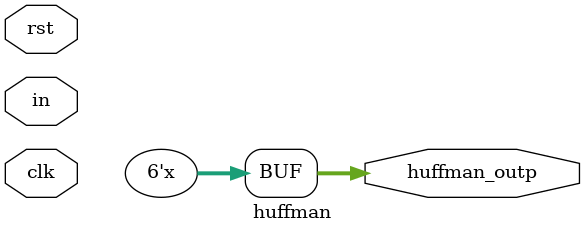
<source format=sv>
module huffman(input  logic clk,
               input logic rst,
               input  logic in,
               output logic [5:0] huffman_outp);
    logic [8:0] buffer_in, buffer_out, pulser_counter;

    always@(posedge clk,posedge rst)begin
        if(rst)begin 
            pulser_counter <= 0;
            huffman_outp = 0;
            buffer_in <= {8{'z}};
        end
        else begin
            buffer_in[7-pulser_counter] <= in ;
            pulser_counter <= pulser_counter + 1;
            if(pulser_counter >= 10)pulser_counter <= 0;
        end
    end
    always @(*) begin
            case(pulser_counter)
                9'b00000010:begin
                    case (buffer_in[7:6])
                    2'b00:begin
                        huffman_outp = 1;
                        pulser_counter <= 0;
                        buffer_in <= {8{'z}};
                    end
                    2'b01:begin
                        huffman_outp = 2;
                        pulser_counter <= 0;
                        buffer_in <= {8{'z}};
                    end 
                    2'b10:begin 
                        huffman_outp = 3;
                        buffer_in <= {8{'z}};
                        pulser_counter <= 0;
                    end 
                    default:huffman_outp = 0;
                endcase 
                end
                9'b00000011:begin
                    case(buffer_in[7:5])
                        3'b110:begin
                            huffman_outp =4;
                            buffer_in <= {8{'z}};
                            pulser_counter <= 0;
                        end
                    endcase
                end
                9'b000000110:begin
                    case(buffer_in[7:2])
                    6'b111000:begin
                        huffman_outp = 5;
                        buffer_in <= {8{'z}};
                        pulser_counter <= 0;
                    end
                    6'b111001:begin
                        huffman_outp = 6;
                        buffer_in <= {8{'z}};
                        pulser_counter <= 0;
                    end
                    6'b111010:begin
                        huffman_outp = 7;
                        buffer_in <= {8{'z}};
                        pulser_counter <= 0;
                    end
                    endcase 
                end
                9'b000000111:begin
                case(buffer_in[7:1])//110110
                    7'b1110110:begin
                        huffman_outp = 8;
                        buffer_in <= {8{'z}};
                        pulser_counter <= 0;
                    end
                    7'b1110111:begin
                        huffman_outp = 9;
                        buffer_in <= {8{'z}};
                        pulser_counter <= 0;
                    end
                    7'b1111000:begin
                        huffman_outp = 10;
                        buffer_in <= {8{'z}};
                        pulser_counter <= 0;
                    end
                    7'b1111001:begin
                        huffman_outp = 11;
                        buffer_in <= {8{'z}};
                        pulser_counter <= 0;
                    end
                    7'b1111010:begin
                        huffman_outp = 12;
                        buffer_in <= {8{'z}};
                        pulser_counter <= 0;
                    end
                    7'b1111011:begin
                        huffman_outp = 13;
                        buffer_in <= {8{'z}};
                        pulser_counter <= 0;
                    end
                    7'b1111100:begin
                        huffman_outp = 14;
                        buffer_in <= {8{'z}};
                        pulser_counter <= 0;
                    end
                    7'b1111101:begin
                        huffman_outp = 15;
                        buffer_in <= {8{'z}};
                        pulser_counter <= 0;
                    end
                    7'b1111110:begin
                        huffman_outp = 16;
                        buffer_in <= {8{'z}};
                        pulser_counter <= 0;
                    end
                endcase 
            end
            9'b000001000:begin
                case (buffer_in)
                9'b11111110:begin
                    huffman_outp = 17;
                    pulser_counter <= 0;
                    buffer_in <= {8{'z}};
                end
                9'b11111111:begin
                    huffman_outp = 18;
                    pulser_counter <= 0;
                    buffer_in <= {8{'z}};
                end
                endcase 
            end
        endcase
    end
    
endmodule
</source>
